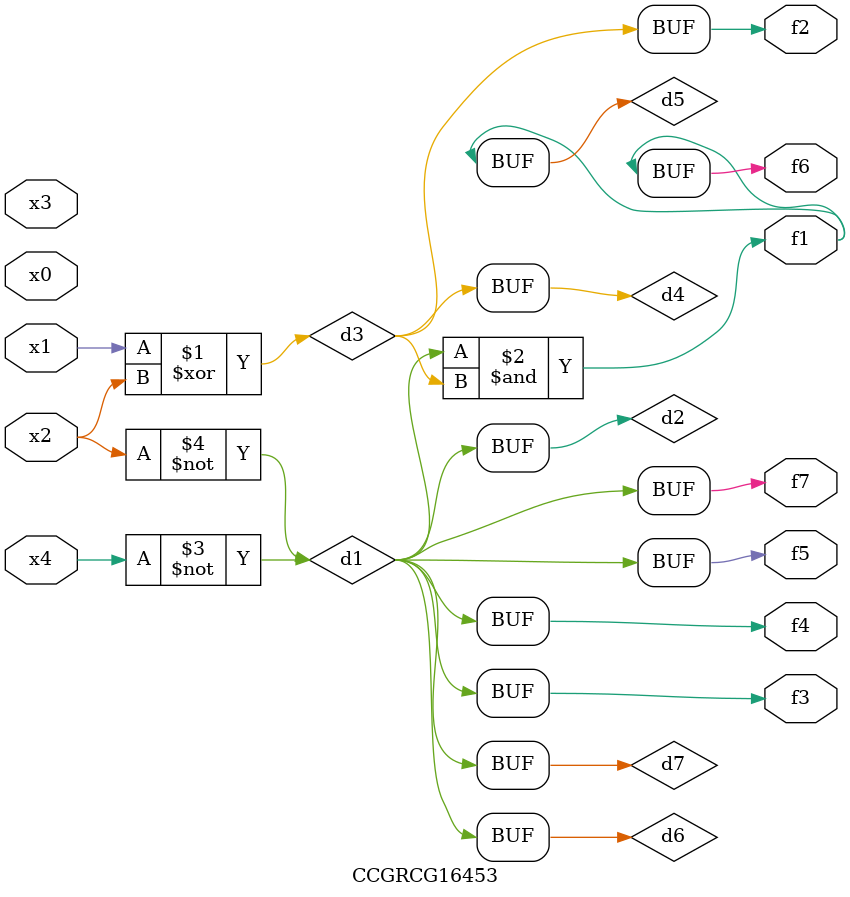
<source format=v>
module CCGRCG16453(
	input x0, x1, x2, x3, x4,
	output f1, f2, f3, f4, f5, f6, f7
);

	wire d1, d2, d3, d4, d5, d6, d7;

	not (d1, x4);
	not (d2, x2);
	xor (d3, x1, x2);
	buf (d4, d3);
	and (d5, d1, d3);
	buf (d6, d1, d2);
	buf (d7, d2);
	assign f1 = d5;
	assign f2 = d4;
	assign f3 = d7;
	assign f4 = d7;
	assign f5 = d7;
	assign f6 = d5;
	assign f7 = d7;
endmodule

</source>
